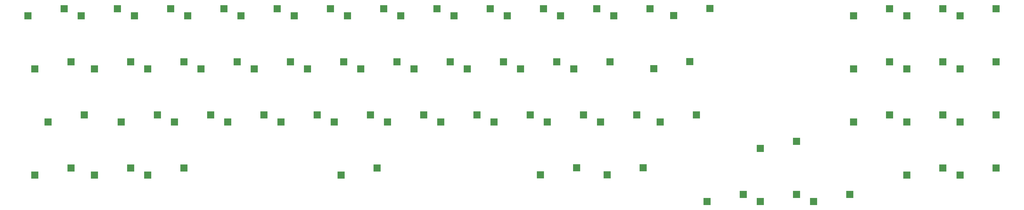
<source format=gbr>
G04 #@! TF.GenerationSoftware,KiCad,Pcbnew,7.0.1*
G04 #@! TF.CreationDate,2023-04-13T16:08:53-07:00*
G04 #@! TF.ProjectId,trashtruck.b,74726173-6874-4727-9563-6b2e622e6b69,rev?*
G04 #@! TF.SameCoordinates,Original*
G04 #@! TF.FileFunction,Paste,Bot*
G04 #@! TF.FilePolarity,Positive*
%FSLAX46Y46*%
G04 Gerber Fmt 4.6, Leading zero omitted, Abs format (unit mm)*
G04 Created by KiCad (PCBNEW 7.0.1) date 2023-04-13 16:08:53*
%MOMM*%
%LPD*%
G01*
G04 APERTURE LIST*
%ADD10R,2.550000X2.500000*%
G04 APERTURE END LIST*
D10*
X297157000Y-194060000D03*
X284230000Y-196600000D03*
X316207000Y-194060000D03*
X303280000Y-196600000D03*
X454319500Y-175010000D03*
X441392500Y-177550000D03*
X435269500Y-213110000D03*
X422342500Y-215650000D03*
X159044500Y-175010000D03*
X146117500Y-177550000D03*
X178094500Y-175010000D03*
X165167500Y-177550000D03*
X147192000Y-213120000D03*
X134265000Y-215660000D03*
X163807000Y-232160000D03*
X150880000Y-234700000D03*
X182857000Y-194060000D03*
X169930000Y-196600000D03*
X473369500Y-232160000D03*
X460442500Y-234700000D03*
X473369500Y-194060000D03*
X460442500Y-196600000D03*
X370952000Y-174980000D03*
X358025000Y-177520000D03*
X235244500Y-175010000D03*
X222317500Y-177550000D03*
X420982000Y-241685000D03*
X408055000Y-244225000D03*
X182857000Y-232160000D03*
X169930000Y-234700000D03*
X349544500Y-175010000D03*
X336617500Y-177550000D03*
X268582000Y-213110000D03*
X255655000Y-215650000D03*
X366132000Y-213170000D03*
X353205000Y-215710000D03*
X292394500Y-175010000D03*
X279467500Y-177550000D03*
X142429500Y-194070000D03*
X129502500Y-196610000D03*
X335257000Y-194060000D03*
X322330000Y-196600000D03*
X401932000Y-222635000D03*
X389005000Y-225175000D03*
X251967000Y-232170000D03*
X239040000Y-234710000D03*
X344782000Y-213110000D03*
X331855000Y-215650000D03*
X220957000Y-194060000D03*
X208030000Y-196600000D03*
X363808250Y-194030000D03*
X350881250Y-196570000D03*
X435269500Y-175010000D03*
X422342500Y-177550000D03*
X454319500Y-213110000D03*
X441392500Y-215650000D03*
X306682000Y-213110000D03*
X293755000Y-215650000D03*
X278107000Y-194060000D03*
X265180000Y-196600000D03*
X192382000Y-213110000D03*
X179455000Y-215650000D03*
X230482000Y-213110000D03*
X217555000Y-215650000D03*
X216194500Y-175010000D03*
X203267500Y-177550000D03*
X254294500Y-175010000D03*
X241367500Y-177550000D03*
X323327000Y-232130000D03*
X310400000Y-234670000D03*
X454319500Y-194060000D03*
X441392500Y-196600000D03*
X311444500Y-175010000D03*
X298517500Y-177550000D03*
X330494500Y-175010000D03*
X317567500Y-177550000D03*
X473369500Y-213110000D03*
X460442500Y-215650000D03*
X401932000Y-241685000D03*
X389005000Y-244225000D03*
X382882000Y-241685000D03*
X369955000Y-244225000D03*
X325732000Y-213110000D03*
X312805000Y-215650000D03*
X473369500Y-175010000D03*
X460442500Y-177550000D03*
X240007000Y-194060000D03*
X227080000Y-196600000D03*
X249532000Y-213110000D03*
X236605000Y-215650000D03*
X173332000Y-213110000D03*
X160405000Y-215650000D03*
X197144500Y-175010000D03*
X184217500Y-177550000D03*
X211432000Y-213110000D03*
X198505000Y-215650000D03*
X259057000Y-194060000D03*
X246130000Y-196600000D03*
X139994500Y-175010000D03*
X127067500Y-177550000D03*
X435269500Y-194060000D03*
X422342500Y-196600000D03*
X287632000Y-213110000D03*
X274705000Y-215650000D03*
X347139500Y-232130000D03*
X334212500Y-234670000D03*
X163807000Y-194060000D03*
X150880000Y-196600000D03*
X201907000Y-194060000D03*
X188980000Y-196600000D03*
X142429500Y-232170000D03*
X129502500Y-234710000D03*
X273344500Y-175010000D03*
X260417500Y-177550000D03*
X454319500Y-232160000D03*
X441392500Y-234700000D03*
M02*

</source>
